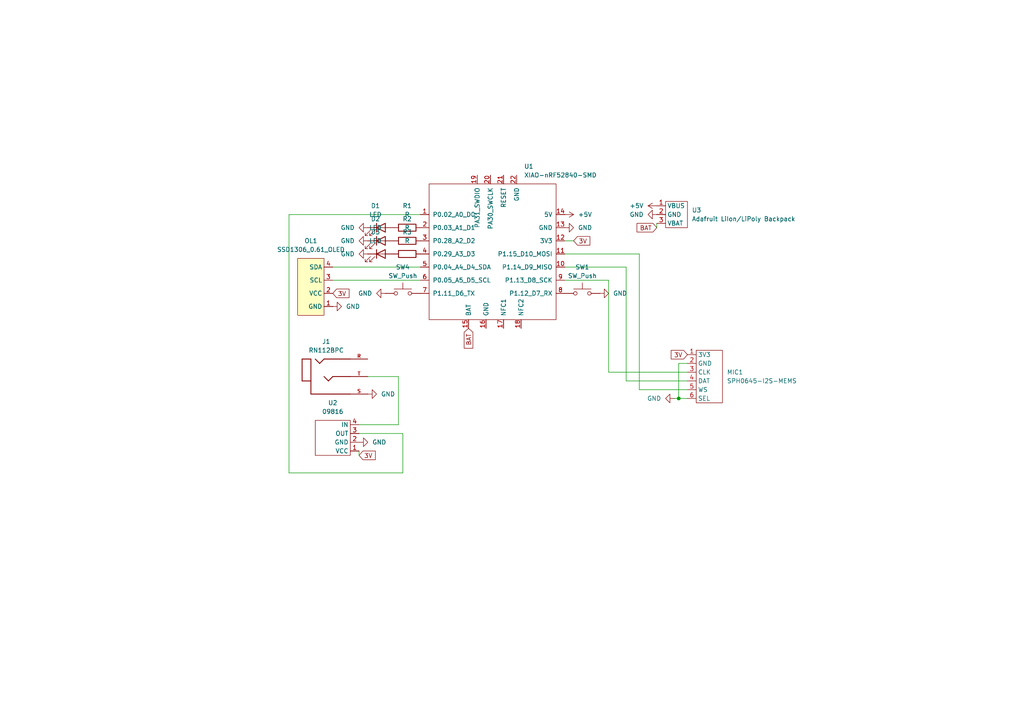
<source format=kicad_sch>
(kicad_sch
	(version 20250114)
	(generator "eeschema")
	(generator_version "9.0")
	(uuid "048d551e-afa6-4c53-b7b8-ba97e661095f")
	(paper "A4")
	(lib_symbols
		(symbol "1/4{dblquote} Jack:RN112BPC"
			(pin_names
				(offset 1.016)
			)
			(exclude_from_sim no)
			(in_bom yes)
			(on_board yes)
			(property "Reference" "J"
				(at -5.08 7.62 0)
				(effects
					(font
						(size 1.27 1.27)
					)
					(justify left bottom)
				)
			)
			(property "Value" "RN112BPC"
				(at -5.08 -7.62 0)
				(effects
					(font
						(size 1.27 1.27)
					)
					(justify left top)
				)
			)
			(property "Footprint" "RN112BPC:SWITCHCRAFT_RN112BPC"
				(at 0 0 0)
				(effects
					(font
						(size 1.27 1.27)
					)
					(justify bottom)
					(hide yes)
				)
			)
			(property "Datasheet" ""
				(at 0 0 0)
				(effects
					(font
						(size 1.27 1.27)
					)
					(hide yes)
				)
			)
			(property "Description" ""
				(at 0 0 0)
				(effects
					(font
						(size 1.27 1.27)
					)
					(hide yes)
				)
			)
			(property "PARTREV" "E"
				(at 0 0 0)
				(effects
					(font
						(size 1.27 1.27)
					)
					(justify bottom)
					(hide yes)
				)
			)
			(property "STANDARD" "Manufacturer Recommendations"
				(at 0 0 0)
				(effects
					(font
						(size 1.27 1.27)
					)
					(justify bottom)
					(hide yes)
				)
			)
			(property "MAXIMUM_PACKAGE_HEIGHT" "17.50 mm"
				(at 0 0 0)
				(effects
					(font
						(size 1.27 1.27)
					)
					(justify bottom)
					(hide yes)
				)
			)
			(property "MANUFACTURER" "Switchcraft"
				(at 0 0 0)
				(effects
					(font
						(size 1.27 1.27)
					)
					(justify bottom)
					(hide yes)
				)
			)
			(symbol "RN112BPC_0_0"
				(polyline
					(pts
						(xy -8.89 5.08) (xy -6.35 5.08)
					)
					(stroke
						(width 0.254)
						(type default)
					)
					(fill
						(type none)
					)
				)
				(polyline
					(pts
						(xy -8.89 -1.27) (xy -8.89 5.08)
					)
					(stroke
						(width 0.254)
						(type default)
					)
					(fill
						(type none)
					)
				)
				(polyline
					(pts
						(xy -6.35 -1.27) (xy -8.89 -1.27)
					)
					(stroke
						(width 0.254)
						(type default)
					)
					(fill
						(type none)
					)
				)
				(polyline
					(pts
						(xy -6.35 -5.08) (xy -6.35 5.08)
					)
					(stroke
						(width 0.254)
						(type default)
					)
					(fill
						(type none)
					)
				)
				(polyline
					(pts
						(xy -6.35 -5.08) (xy 5.08 -5.08)
					)
					(stroke
						(width 0.254)
						(type default)
					)
					(fill
						(type none)
					)
				)
				(polyline
					(pts
						(xy -5.08 5.08) (xy -3.81 3.81)
					)
					(stroke
						(width 0.254)
						(type default)
					)
					(fill
						(type none)
					)
				)
				(polyline
					(pts
						(xy -3.81 3.81) (xy -2.54 5.08)
					)
					(stroke
						(width 0.254)
						(type default)
					)
					(fill
						(type none)
					)
				)
				(polyline
					(pts
						(xy -2.54 5.08) (xy 5.08 5.08)
					)
					(stroke
						(width 0.254)
						(type default)
					)
					(fill
						(type none)
					)
				)
				(polyline
					(pts
						(xy -2.54 0) (xy -1.27 -1.27)
					)
					(stroke
						(width 0.254)
						(type default)
					)
					(fill
						(type none)
					)
				)
				(polyline
					(pts
						(xy -1.27 -1.27) (xy 0 0)
					)
					(stroke
						(width 0.254)
						(type default)
					)
					(fill
						(type none)
					)
				)
				(polyline
					(pts
						(xy 0 0) (xy 5.08 0)
					)
					(stroke
						(width 0.254)
						(type default)
					)
					(fill
						(type none)
					)
				)
				(pin passive line
					(at 10.16 5.08 180)
					(length 5.08)
					(name "~"
						(effects
							(font
								(size 1.016 1.016)
							)
						)
					)
					(number "R"
						(effects
							(font
								(size 1.016 1.016)
							)
						)
					)
				)
				(pin passive line
					(at 10.16 0 180)
					(length 5.08)
					(name "~"
						(effects
							(font
								(size 1.016 1.016)
							)
						)
					)
					(number "T"
						(effects
							(font
								(size 1.016 1.016)
							)
						)
					)
				)
				(pin passive line
					(at 10.16 -5.08 180)
					(length 5.08)
					(name "~"
						(effects
							(font
								(size 1.016 1.016)
							)
						)
					)
					(number "S"
						(effects
							(font
								(size 1.016 1.016)
							)
						)
					)
				)
			)
			(embedded_fonts no)
		)
		(symbol "Adafruit:Adafruit-SPH0645-I2S-MEMS-Mic"
			(exclude_from_sim no)
			(in_bom yes)
			(on_board yes)
			(property "Reference" "MIC"
				(at 0 0 0)
				(effects
					(font
						(size 1.27 1.27)
					)
				)
			)
			(property "Value" "SPH0645-I2S-MEMS"
				(at 0 0 0)
				(effects
					(font
						(size 1.27 1.27)
					)
				)
			)
			(property "Footprint" "Adafruit:Adafruit-SPH0645-I2S-MEMS-Mic"
				(at 0 4.826 0)
				(effects
					(font
						(size 1.27 1.27)
					)
					(hide yes)
				)
			)
			(property "Datasheet" "https://cdn-shop.adafruit.com/product-files/3421/i2S+Datasheet.PDF"
				(at 0 2.286 0)
				(effects
					(font
						(size 1.27 1.27)
					)
					(hide yes)
				)
			)
			(property "Description" ""
				(at 0 0 0)
				(effects
					(font
						(size 1.27 1.27)
					)
					(hide yes)
				)
			)
			(symbol "Adafruit-SPH0645-I2S-MEMS-Mic_0_1"
				(rectangle
					(start -3.81 -2.54)
					(end 3.81 -17.78)
					(stroke
						(width 0)
						(type default)
					)
					(fill
						(type none)
					)
				)
			)
			(symbol "Adafruit-SPH0645-I2S-MEMS-Mic_1_1"
				(pin power_in line
					(at -6.35 -3.81 0)
					(length 2.54)
					(name "3V3"
						(effects
							(font
								(size 1.27 1.27)
							)
						)
					)
					(number "1"
						(effects
							(font
								(size 1.27 1.27)
							)
						)
					)
				)
				(pin power_in line
					(at -6.35 -6.35 0)
					(length 2.54)
					(name "GND"
						(effects
							(font
								(size 1.27 1.27)
							)
						)
					)
					(number "2"
						(effects
							(font
								(size 1.27 1.27)
							)
						)
					)
				)
				(pin input line
					(at -6.35 -8.89 0)
					(length 2.54)
					(name "CLK"
						(effects
							(font
								(size 1.27 1.27)
							)
						)
					)
					(number "3"
						(effects
							(font
								(size 1.27 1.27)
							)
						)
					)
				)
				(pin output line
					(at -6.35 -11.43 0)
					(length 2.54)
					(name "DAT"
						(effects
							(font
								(size 1.27 1.27)
							)
						)
					)
					(number "4"
						(effects
							(font
								(size 1.27 1.27)
							)
						)
					)
				)
				(pin input line
					(at -6.35 -13.97 0)
					(length 2.54)
					(name "WS"
						(effects
							(font
								(size 1.27 1.27)
							)
						)
					)
					(number "5"
						(effects
							(font
								(size 1.27 1.27)
							)
						)
					)
				)
				(pin input line
					(at -6.35 -16.51 0)
					(length 2.54)
					(name "SEL"
						(effects
							(font
								(size 1.27 1.27)
							)
						)
					)
					(number "6"
						(effects
							(font
								(size 1.27 1.27)
							)
						)
					)
				)
			)
			(embedded_fonts no)
		)
		(symbol "Device:LED"
			(pin_numbers
				(hide yes)
			)
			(pin_names
				(offset 1.016)
				(hide yes)
			)
			(exclude_from_sim no)
			(in_bom yes)
			(on_board yes)
			(property "Reference" "D"
				(at 0 2.54 0)
				(effects
					(font
						(size 1.27 1.27)
					)
				)
			)
			(property "Value" "LED"
				(at 0 -2.54 0)
				(effects
					(font
						(size 1.27 1.27)
					)
				)
			)
			(property "Footprint" ""
				(at 0 0 0)
				(effects
					(font
						(size 1.27 1.27)
					)
					(hide yes)
				)
			)
			(property "Datasheet" "~"
				(at 0 0 0)
				(effects
					(font
						(size 1.27 1.27)
					)
					(hide yes)
				)
			)
			(property "Description" "Light emitting diode"
				(at 0 0 0)
				(effects
					(font
						(size 1.27 1.27)
					)
					(hide yes)
				)
			)
			(property "Sim.Pins" "1=K 2=A"
				(at 0 0 0)
				(effects
					(font
						(size 1.27 1.27)
					)
					(hide yes)
				)
			)
			(property "ki_keywords" "LED diode"
				(at 0 0 0)
				(effects
					(font
						(size 1.27 1.27)
					)
					(hide yes)
				)
			)
			(property "ki_fp_filters" "LED* LED_SMD:* LED_THT:*"
				(at 0 0 0)
				(effects
					(font
						(size 1.27 1.27)
					)
					(hide yes)
				)
			)
			(symbol "LED_0_1"
				(polyline
					(pts
						(xy -3.048 -0.762) (xy -4.572 -2.286) (xy -3.81 -2.286) (xy -4.572 -2.286) (xy -4.572 -1.524)
					)
					(stroke
						(width 0)
						(type default)
					)
					(fill
						(type none)
					)
				)
				(polyline
					(pts
						(xy -1.778 -0.762) (xy -3.302 -2.286) (xy -2.54 -2.286) (xy -3.302 -2.286) (xy -3.302 -1.524)
					)
					(stroke
						(width 0)
						(type default)
					)
					(fill
						(type none)
					)
				)
				(polyline
					(pts
						(xy -1.27 0) (xy 1.27 0)
					)
					(stroke
						(width 0)
						(type default)
					)
					(fill
						(type none)
					)
				)
				(polyline
					(pts
						(xy -1.27 -1.27) (xy -1.27 1.27)
					)
					(stroke
						(width 0.254)
						(type default)
					)
					(fill
						(type none)
					)
				)
				(polyline
					(pts
						(xy 1.27 -1.27) (xy 1.27 1.27) (xy -1.27 0) (xy 1.27 -1.27)
					)
					(stroke
						(width 0.254)
						(type default)
					)
					(fill
						(type none)
					)
				)
			)
			(symbol "LED_1_1"
				(pin passive line
					(at -3.81 0 0)
					(length 2.54)
					(name "K"
						(effects
							(font
								(size 1.27 1.27)
							)
						)
					)
					(number "1"
						(effects
							(font
								(size 1.27 1.27)
							)
						)
					)
				)
				(pin passive line
					(at 3.81 0 180)
					(length 2.54)
					(name "A"
						(effects
							(font
								(size 1.27 1.27)
							)
						)
					)
					(number "2"
						(effects
							(font
								(size 1.27 1.27)
							)
						)
					)
				)
			)
			(embedded_fonts no)
		)
		(symbol "Device:R"
			(pin_numbers
				(hide yes)
			)
			(pin_names
				(offset 0)
			)
			(exclude_from_sim no)
			(in_bom yes)
			(on_board yes)
			(property "Reference" "R"
				(at 2.032 0 90)
				(effects
					(font
						(size 1.27 1.27)
					)
				)
			)
			(property "Value" "R"
				(at 0 0 90)
				(effects
					(font
						(size 1.27 1.27)
					)
				)
			)
			(property "Footprint" ""
				(at -1.778 0 90)
				(effects
					(font
						(size 1.27 1.27)
					)
					(hide yes)
				)
			)
			(property "Datasheet" "~"
				(at 0 0 0)
				(effects
					(font
						(size 1.27 1.27)
					)
					(hide yes)
				)
			)
			(property "Description" "Resistor"
				(at 0 0 0)
				(effects
					(font
						(size 1.27 1.27)
					)
					(hide yes)
				)
			)
			(property "ki_keywords" "R res resistor"
				(at 0 0 0)
				(effects
					(font
						(size 1.27 1.27)
					)
					(hide yes)
				)
			)
			(property "ki_fp_filters" "R_*"
				(at 0 0 0)
				(effects
					(font
						(size 1.27 1.27)
					)
					(hide yes)
				)
			)
			(symbol "R_0_1"
				(rectangle
					(start -1.016 -2.54)
					(end 1.016 2.54)
					(stroke
						(width 0.254)
						(type default)
					)
					(fill
						(type none)
					)
				)
			)
			(symbol "R_1_1"
				(pin passive line
					(at 0 3.81 270)
					(length 1.27)
					(name "~"
						(effects
							(font
								(size 1.27 1.27)
							)
						)
					)
					(number "1"
						(effects
							(font
								(size 1.27 1.27)
							)
						)
					)
				)
				(pin passive line
					(at 0 -3.81 90)
					(length 1.27)
					(name "~"
						(effects
							(font
								(size 1.27 1.27)
							)
						)
					)
					(number "2"
						(effects
							(font
								(size 1.27 1.27)
							)
						)
					)
				)
			)
			(embedded_fonts no)
		)
		(symbol "OLED:SSD1306-0.91-OLED"
			(exclude_from_sim no)
			(in_bom yes)
			(on_board yes)
			(property "Reference" "OL"
				(at 8.128 3.556 0)
				(effects
					(font
						(size 1.27 1.27)
					)
				)
			)
			(property "Value" "SSD1306_0.61_OLED"
				(at 8.128 1.524 0)
				(effects
					(font
						(size 1.27 1.27)
					)
				)
			)
			(property "Footprint" ""
				(at 7.62 1.27 0)
				(effects
					(font
						(size 1.27 1.27)
					)
					(hide yes)
				)
			)
			(property "Datasheet" ""
				(at 7.62 1.27 0)
				(effects
					(font
						(size 1.27 1.27)
					)
					(hide yes)
				)
			)
			(property "Description" ""
				(at 7.62 1.27 0)
				(effects
					(font
						(size 1.27 1.27)
					)
					(hide yes)
				)
			)
			(symbol "SSD1306-0.91-OLED_1_1"
				(rectangle
					(start 0 0)
					(end 16.51 -7.62)
					(stroke
						(width 0)
						(type solid)
					)
					(fill
						(type background)
					)
				)
				(pin passive line
					(at 2.54 -10.16 90)
					(length 2.54)
					(name "GND"
						(effects
							(font
								(size 1.27 1.27)
							)
						)
					)
					(number "1"
						(effects
							(font
								(size 1.27 1.27)
							)
						)
					)
				)
				(pin passive line
					(at 6.35 -10.16 90)
					(length 2.54)
					(name "VCC"
						(effects
							(font
								(size 1.27 1.27)
							)
						)
					)
					(number "2"
						(effects
							(font
								(size 1.27 1.27)
							)
						)
					)
				)
				(pin passive line
					(at 10.16 -10.16 90)
					(length 2.54)
					(name "SCL"
						(effects
							(font
								(size 1.27 1.27)
							)
						)
					)
					(number "3"
						(effects
							(font
								(size 1.27 1.27)
							)
						)
					)
				)
				(pin passive line
					(at 13.97 -10.16 90)
					(length 2.54)
					(name "SDA"
						(effects
							(font
								(size 1.27 1.27)
							)
						)
					)
					(number "4"
						(effects
							(font
								(size 1.27 1.27)
							)
						)
					)
				)
			)
			(embedded_fonts no)
		)
		(symbol "Switch:SW_Push"
			(pin_numbers
				(hide yes)
			)
			(pin_names
				(offset 1.016)
				(hide yes)
			)
			(exclude_from_sim no)
			(in_bom yes)
			(on_board yes)
			(property "Reference" "SW"
				(at 1.27 2.54 0)
				(effects
					(font
						(size 1.27 1.27)
					)
					(justify left)
				)
			)
			(property "Value" "SW_Push"
				(at 0 -1.524 0)
				(effects
					(font
						(size 1.27 1.27)
					)
				)
			)
			(property "Footprint" ""
				(at 0 5.08 0)
				(effects
					(font
						(size 1.27 1.27)
					)
					(hide yes)
				)
			)
			(property "Datasheet" "~"
				(at 0 5.08 0)
				(effects
					(font
						(size 1.27 1.27)
					)
					(hide yes)
				)
			)
			(property "Description" "Push button switch, generic, two pins"
				(at 0 0 0)
				(effects
					(font
						(size 1.27 1.27)
					)
					(hide yes)
				)
			)
			(property "ki_keywords" "switch normally-open pushbutton push-button"
				(at 0 0 0)
				(effects
					(font
						(size 1.27 1.27)
					)
					(hide yes)
				)
			)
			(symbol "SW_Push_0_1"
				(circle
					(center -2.032 0)
					(radius 0.508)
					(stroke
						(width 0)
						(type default)
					)
					(fill
						(type none)
					)
				)
				(polyline
					(pts
						(xy 0 1.27) (xy 0 3.048)
					)
					(stroke
						(width 0)
						(type default)
					)
					(fill
						(type none)
					)
				)
				(circle
					(center 2.032 0)
					(radius 0.508)
					(stroke
						(width 0)
						(type default)
					)
					(fill
						(type none)
					)
				)
				(polyline
					(pts
						(xy 2.54 1.27) (xy -2.54 1.27)
					)
					(stroke
						(width 0)
						(type default)
					)
					(fill
						(type none)
					)
				)
				(pin passive line
					(at -5.08 0 0)
					(length 2.54)
					(name "1"
						(effects
							(font
								(size 1.27 1.27)
							)
						)
					)
					(number "1"
						(effects
							(font
								(size 1.27 1.27)
							)
						)
					)
				)
				(pin passive line
					(at 5.08 0 180)
					(length 2.54)
					(name "2"
						(effects
							(font
								(size 1.27 1.27)
							)
						)
					)
					(number "2"
						(effects
							(font
								(size 1.27 1.27)
							)
						)
					)
				)
			)
			(embedded_fonts no)
		)
		(symbol "XIAO:XIAO-nRF52840-SMD"
			(pin_names
				(offset 1.016)
			)
			(exclude_from_sim no)
			(in_bom yes)
			(on_board yes)
			(property "Reference" "U"
				(at -18.542 23.114 0)
				(effects
					(font
						(size 1.27 1.27)
					)
				)
			)
			(property "Value" "XIAO-nRF52840-SMD"
				(at -8.636 21.336 0)
				(effects
					(font
						(size 1.27 1.27)
					)
				)
			)
			(property "Footprint" ""
				(at -8.89 5.08 0)
				(effects
					(font
						(size 1.27 1.27)
					)
					(hide yes)
				)
			)
			(property "Datasheet" ""
				(at -8.89 5.08 0)
				(effects
					(font
						(size 1.27 1.27)
					)
					(hide yes)
				)
			)
			(property "Description" ""
				(at 0 0 0)
				(effects
					(font
						(size 1.27 1.27)
					)
					(hide yes)
				)
			)
			(symbol "XIAO-nRF52840-SMD_0_1"
				(rectangle
					(start -19.05 20.32)
					(end 17.78 -19.05)
					(stroke
						(width 0)
						(type default)
					)
					(fill
						(type none)
					)
				)
			)
			(symbol "XIAO-nRF52840-SMD_1_1"
				(pin passive line
					(at -21.59 11.43 0)
					(length 2.54)
					(name "P0.02_A0_D0"
						(effects
							(font
								(size 1.27 1.27)
							)
						)
					)
					(number "1"
						(effects
							(font
								(size 1.27 1.27)
							)
						)
					)
				)
				(pin passive line
					(at -21.59 7.62 0)
					(length 2.54)
					(name "P0.03_A1_D1"
						(effects
							(font
								(size 1.27 1.27)
							)
						)
					)
					(number "2"
						(effects
							(font
								(size 1.27 1.27)
							)
						)
					)
				)
				(pin passive line
					(at -21.59 3.81 0)
					(length 2.54)
					(name "P0.28_A2_D2"
						(effects
							(font
								(size 1.27 1.27)
							)
						)
					)
					(number "3"
						(effects
							(font
								(size 1.27 1.27)
							)
						)
					)
				)
				(pin passive line
					(at -21.59 0 0)
					(length 2.54)
					(name "P0.29_A3_D3"
						(effects
							(font
								(size 1.27 1.27)
							)
						)
					)
					(number "4"
						(effects
							(font
								(size 1.27 1.27)
							)
						)
					)
				)
				(pin passive line
					(at -21.59 -3.81 0)
					(length 2.54)
					(name "P0.04_A4_D4_SDA"
						(effects
							(font
								(size 1.27 1.27)
							)
						)
					)
					(number "5"
						(effects
							(font
								(size 1.27 1.27)
							)
						)
					)
				)
				(pin passive line
					(at -21.59 -7.62 0)
					(length 2.54)
					(name "P0.05_A5_D5_SCL"
						(effects
							(font
								(size 1.27 1.27)
							)
						)
					)
					(number "6"
						(effects
							(font
								(size 1.27 1.27)
							)
						)
					)
				)
				(pin passive line
					(at -21.59 -11.43 0)
					(length 2.54)
					(name "P1.11_D6_TX"
						(effects
							(font
								(size 1.27 1.27)
							)
						)
					)
					(number "7"
						(effects
							(font
								(size 1.27 1.27)
							)
						)
					)
				)
				(pin passive line
					(at -7.62 -21.59 90)
					(length 2.54)
					(name "BAT"
						(effects
							(font
								(size 1.27 1.27)
							)
						)
					)
					(number "15"
						(effects
							(font
								(size 1.27 1.27)
							)
						)
					)
				)
				(pin passive line
					(at -5.08 22.86 270)
					(length 2.54)
					(name "PA31_SWDIO"
						(effects
							(font
								(size 1.27 1.27)
							)
						)
					)
					(number "19"
						(effects
							(font
								(size 1.27 1.27)
							)
						)
					)
				)
				(pin passive line
					(at -2.54 -21.59 90)
					(length 2.54)
					(name "GND"
						(effects
							(font
								(size 1.27 1.27)
							)
						)
					)
					(number "16"
						(effects
							(font
								(size 1.27 1.27)
							)
						)
					)
				)
				(pin passive line
					(at -1.27 22.86 270)
					(length 2.54)
					(name "PA30_SWCLK"
						(effects
							(font
								(size 1.27 1.27)
							)
						)
					)
					(number "20"
						(effects
							(font
								(size 1.27 1.27)
							)
						)
					)
				)
				(pin passive line
					(at 2.54 22.86 270)
					(length 2.54)
					(name "RESET"
						(effects
							(font
								(size 1.27 1.27)
							)
						)
					)
					(number "21"
						(effects
							(font
								(size 1.27 1.27)
							)
						)
					)
				)
				(pin passive line
					(at 2.54 -21.59 90)
					(length 2.54)
					(name "NFC1"
						(effects
							(font
								(size 1.27 1.27)
							)
						)
					)
					(number "17"
						(effects
							(font
								(size 1.27 1.27)
							)
						)
					)
				)
				(pin passive line
					(at 6.35 22.86 270)
					(length 2.54)
					(name "GND"
						(effects
							(font
								(size 1.27 1.27)
							)
						)
					)
					(number "22"
						(effects
							(font
								(size 1.27 1.27)
							)
						)
					)
				)
				(pin passive line
					(at 7.62 -21.59 90)
					(length 2.54)
					(name "NFC2"
						(effects
							(font
								(size 1.27 1.27)
							)
						)
					)
					(number "18"
						(effects
							(font
								(size 1.27 1.27)
							)
						)
					)
				)
				(pin passive line
					(at 20.32 11.43 180)
					(length 2.54)
					(name "5V"
						(effects
							(font
								(size 1.27 1.27)
							)
						)
					)
					(number "14"
						(effects
							(font
								(size 1.27 1.27)
							)
						)
					)
				)
				(pin passive line
					(at 20.32 7.62 180)
					(length 2.54)
					(name "GND"
						(effects
							(font
								(size 1.27 1.27)
							)
						)
					)
					(number "13"
						(effects
							(font
								(size 1.27 1.27)
							)
						)
					)
				)
				(pin passive line
					(at 20.32 3.81 180)
					(length 2.54)
					(name "3V3"
						(effects
							(font
								(size 1.27 1.27)
							)
						)
					)
					(number "12"
						(effects
							(font
								(size 1.27 1.27)
							)
						)
					)
				)
				(pin passive line
					(at 20.32 0 180)
					(length 2.54)
					(name "P1.15_D10_MOSI"
						(effects
							(font
								(size 1.27 1.27)
							)
						)
					)
					(number "11"
						(effects
							(font
								(size 1.27 1.27)
							)
						)
					)
				)
				(pin passive line
					(at 20.32 -3.81 180)
					(length 2.54)
					(name "P1.14_D9_MISO"
						(effects
							(font
								(size 1.27 1.27)
							)
						)
					)
					(number "10"
						(effects
							(font
								(size 1.27 1.27)
							)
						)
					)
				)
				(pin passive line
					(at 20.32 -7.62 180)
					(length 2.54)
					(name "P1.13_D8_SCK"
						(effects
							(font
								(size 1.27 1.27)
							)
						)
					)
					(number "9"
						(effects
							(font
								(size 1.27 1.27)
							)
						)
					)
				)
				(pin passive line
					(at 20.32 -11.43 180)
					(length 2.54)
					(name "P1.12_D7_RX"
						(effects
							(font
								(size 1.27 1.27)
							)
						)
					)
					(number "8"
						(effects
							(font
								(size 1.27 1.27)
							)
						)
					)
				)
			)
			(embedded_fonts no)
		)
		(symbol "battery backpack:Adafruit_LiIon/LiPoly_Backpack"
			(exclude_from_sim no)
			(in_bom yes)
			(on_board yes)
			(property "Reference" "U"
				(at 0 0 0)
				(effects
					(font
						(size 1.27 1.27)
					)
				)
			)
			(property "Value" "Adafruit LiIon/LiPoly Backpack"
				(at 0 0 0)
				(effects
					(font
						(size 1.27 1.27)
					)
				)
			)
			(property "Footprint" "battery backpack:battery backpack"
				(at 0 0 0)
				(effects
					(font
						(size 1.27 1.27)
					)
					(hide yes)
				)
			)
			(property "Datasheet" "https://www.adafruit.com/product/2124#technical-details"
				(at 0 0 0)
				(effects
					(font
						(size 1.27 1.27)
					)
					(hide yes)
				)
			)
			(property "Description" ""
				(at 0 0 0)
				(effects
					(font
						(size 1.27 1.27)
					)
					(hide yes)
				)
			)
			(symbol "Adafruit_LiIon/LiPoly_Backpack_0_1"
				(rectangle
					(start -2.54 5.08)
					(end 3.81 -2.54)
					(stroke
						(width 0)
						(type default)
					)
					(fill
						(type none)
					)
				)
			)
			(symbol "Adafruit_LiIon/LiPoly_Backpack_1_1"
				(pin power_in line
					(at -5.08 3.81 0)
					(length 2.54)
					(name "VBUS"
						(effects
							(font
								(size 1.27 1.27)
							)
						)
					)
					(number "1"
						(effects
							(font
								(size 1.27 1.27)
							)
						)
					)
				)
				(pin power_in line
					(at -5.08 1.27 0)
					(length 2.54)
					(name "GND"
						(effects
							(font
								(size 1.27 1.27)
							)
						)
					)
					(number "2"
						(effects
							(font
								(size 1.27 1.27)
							)
						)
					)
				)
				(pin power_out line
					(at -5.08 -1.27 0)
					(length 2.54)
					(name "VBAT"
						(effects
							(font
								(size 1.27 1.27)
							)
						)
					)
					(number "3"
						(effects
							(font
								(size 1.27 1.27)
							)
						)
					)
				)
			)
			(embedded_fonts no)
		)
		(symbol "converter:09816"
			(exclude_from_sim no)
			(in_bom yes)
			(on_board yes)
			(property "Reference" "U2"
				(at 0 0 0)
				(effects
					(font
						(size 1.27 1.27)
					)
				)
			)
			(property "Value" "09816"
				(at 0 0 0)
				(effects
					(font
						(size 1.27 1.27)
					)
				)
			)
			(property "Footprint" "converter:09816"
				(at 0 0 0)
				(effects
					(font
						(size 1.27 1.27)
					)
					(hide yes)
				)
			)
			(property "Datasheet" "https://github.com/sparkfun/OpAmp_Breakout-LMV358/tree/V_1.6"
				(at 0 0 0)
				(effects
					(font
						(size 1.27 1.27)
					)
					(hide yes)
				)
			)
			(property "Description" ""
				(at 0 0 0)
				(effects
					(font
						(size 1.27 1.27)
					)
					(hide yes)
				)
			)
			(symbol "09816_0_1"
				(rectangle
					(start -5.08 -1.27)
					(end 5.08 -11.43)
					(stroke
						(width 0)
						(type default)
					)
					(fill
						(type none)
					)
				)
			)
			(symbol "09816_1_1"
				(pin power_in line
					(at -7.62 -2.54 0)
					(length 2.54)
					(name "VCC"
						(effects
							(font
								(size 1.27 1.27)
							)
						)
					)
					(number "1"
						(effects
							(font
								(size 1.27 1.27)
							)
						)
					)
				)
				(pin power_in line
					(at -7.62 -5.08 0)
					(length 2.54)
					(name "GND"
						(effects
							(font
								(size 1.27 1.27)
							)
						)
					)
					(number "2"
						(effects
							(font
								(size 1.27 1.27)
							)
						)
					)
				)
				(pin output line
					(at -7.62 -7.62 0)
					(length 2.54)
					(name "OUT"
						(effects
							(font
								(size 1.27 1.27)
							)
						)
					)
					(number "3"
						(effects
							(font
								(size 1.27 1.27)
							)
						)
					)
				)
				(pin input line
					(at -7.62 -10.16 0)
					(length 2.54)
					(name "IN"
						(effects
							(font
								(size 1.27 1.27)
							)
						)
					)
					(number "4"
						(effects
							(font
								(size 1.27 1.27)
							)
						)
					)
				)
			)
			(embedded_fonts no)
		)
		(symbol "power:+5V"
			(power)
			(pin_numbers
				(hide yes)
			)
			(pin_names
				(offset 0)
				(hide yes)
			)
			(exclude_from_sim no)
			(in_bom yes)
			(on_board yes)
			(property "Reference" "#PWR"
				(at 0 -3.81 0)
				(effects
					(font
						(size 1.27 1.27)
					)
					(hide yes)
				)
			)
			(property "Value" "+5V"
				(at 0 3.556 0)
				(effects
					(font
						(size 1.27 1.27)
					)
				)
			)
			(property "Footprint" ""
				(at 0 0 0)
				(effects
					(font
						(size 1.27 1.27)
					)
					(hide yes)
				)
			)
			(property "Datasheet" ""
				(at 0 0 0)
				(effects
					(font
						(size 1.27 1.27)
					)
					(hide yes)
				)
			)
			(property "Description" "Power symbol creates a global label with name \"+5V\""
				(at 0 0 0)
				(effects
					(font
						(size 1.27 1.27)
					)
					(hide yes)
				)
			)
			(property "ki_keywords" "global power"
				(at 0 0 0)
				(effects
					(font
						(size 1.27 1.27)
					)
					(hide yes)
				)
			)
			(symbol "+5V_0_1"
				(polyline
					(pts
						(xy -0.762 1.27) (xy 0 2.54)
					)
					(stroke
						(width 0)
						(type default)
					)
					(fill
						(type none)
					)
				)
				(polyline
					(pts
						(xy 0 2.54) (xy 0.762 1.27)
					)
					(stroke
						(width 0)
						(type default)
					)
					(fill
						(type none)
					)
				)
				(polyline
					(pts
						(xy 0 0) (xy 0 2.54)
					)
					(stroke
						(width 0)
						(type default)
					)
					(fill
						(type none)
					)
				)
			)
			(symbol "+5V_1_1"
				(pin power_in line
					(at 0 0 90)
					(length 0)
					(name "~"
						(effects
							(font
								(size 1.27 1.27)
							)
						)
					)
					(number "1"
						(effects
							(font
								(size 1.27 1.27)
							)
						)
					)
				)
			)
			(embedded_fonts no)
		)
		(symbol "power:GND"
			(power)
			(pin_numbers
				(hide yes)
			)
			(pin_names
				(offset 0)
				(hide yes)
			)
			(exclude_from_sim no)
			(in_bom yes)
			(on_board yes)
			(property "Reference" "#PWR"
				(at 0 -6.35 0)
				(effects
					(font
						(size 1.27 1.27)
					)
					(hide yes)
				)
			)
			(property "Value" "GND"
				(at 0 -3.81 0)
				(effects
					(font
						(size 1.27 1.27)
					)
				)
			)
			(property "Footprint" ""
				(at 0 0 0)
				(effects
					(font
						(size 1.27 1.27)
					)
					(hide yes)
				)
			)
			(property "Datasheet" ""
				(at 0 0 0)
				(effects
					(font
						(size 1.27 1.27)
					)
					(hide yes)
				)
			)
			(property "Description" "Power symbol creates a global label with name \"GND\" , ground"
				(at 0 0 0)
				(effects
					(font
						(size 1.27 1.27)
					)
					(hide yes)
				)
			)
			(property "ki_keywords" "global power"
				(at 0 0 0)
				(effects
					(font
						(size 1.27 1.27)
					)
					(hide yes)
				)
			)
			(symbol "GND_0_1"
				(polyline
					(pts
						(xy 0 0) (xy 0 -1.27) (xy 1.27 -1.27) (xy 0 -2.54) (xy -1.27 -1.27) (xy 0 -1.27)
					)
					(stroke
						(width 0)
						(type default)
					)
					(fill
						(type none)
					)
				)
			)
			(symbol "GND_1_1"
				(pin power_in line
					(at 0 0 270)
					(length 0)
					(name "~"
						(effects
							(font
								(size 1.27 1.27)
							)
						)
					)
					(number "1"
						(effects
							(font
								(size 1.27 1.27)
							)
						)
					)
				)
			)
			(embedded_fonts no)
		)
	)
	(junction
		(at 196.85 115.57)
		(diameter 0)
		(color 0 0 0 0)
		(uuid "fc7c2107-1c89-47d6-83a2-0d784f377741")
	)
	(wire
		(pts
			(xy 176.53 107.95) (xy 176.53 81.28)
		)
		(stroke
			(width 0)
			(type default)
		)
		(uuid "00af6857-7f55-4495-9c05-3e961b3cece9")
	)
	(wire
		(pts
			(xy 115.57 123.19) (xy 104.14 123.19)
		)
		(stroke
			(width 0)
			(type default)
		)
		(uuid "02e9f292-71e2-44b0-bb7e-2c9eced796a0")
	)
	(wire
		(pts
			(xy 185.42 113.03) (xy 185.42 73.66)
		)
		(stroke
			(width 0)
			(type default)
		)
		(uuid "06b3ecf5-a743-423a-82dc-8f6c24a02c38")
	)
	(wire
		(pts
			(xy 83.82 62.23) (xy 121.92 62.23)
		)
		(stroke
			(width 0)
			(type default)
		)
		(uuid "160adfd5-9686-4053-a61f-5c54c68c9ea2")
	)
	(wire
		(pts
			(xy 163.83 69.85) (xy 166.37 69.85)
		)
		(stroke
			(width 0)
			(type default)
		)
		(uuid "1a1ad5e7-8fcc-4e24-a598-0f763dfb60ed")
	)
	(wire
		(pts
			(xy 199.39 113.03) (xy 185.42 113.03)
		)
		(stroke
			(width 0)
			(type default)
		)
		(uuid "1efe2980-c456-4324-91b4-04da17e1e14e")
	)
	(wire
		(pts
			(xy 83.82 137.16) (xy 83.82 62.23)
		)
		(stroke
			(width 0)
			(type default)
		)
		(uuid "2d223fb7-349c-4ebd-ae59-7cd5272f0e21")
	)
	(wire
		(pts
			(xy 116.84 125.73) (xy 116.84 137.16)
		)
		(stroke
			(width 0)
			(type default)
		)
		(uuid "3911a5e6-05e7-465d-abbc-dc5978ffeafd")
	)
	(wire
		(pts
			(xy 181.61 77.47) (xy 163.83 77.47)
		)
		(stroke
			(width 0)
			(type default)
		)
		(uuid "3a791b70-cbba-48d1-8691-28e424da7b2d")
	)
	(wire
		(pts
			(xy 115.57 109.22) (xy 115.57 123.19)
		)
		(stroke
			(width 0)
			(type default)
		)
		(uuid "41cd18ce-db16-45e7-a83f-0efd169c8a0f")
	)
	(wire
		(pts
			(xy 199.39 105.41) (xy 196.85 105.41)
		)
		(stroke
			(width 0)
			(type default)
		)
		(uuid "6002c473-a850-4a2e-8c79-73cca66e1d80")
	)
	(wire
		(pts
			(xy 199.39 107.95) (xy 176.53 107.95)
		)
		(stroke
			(width 0)
			(type default)
		)
		(uuid "6453e83a-c9d5-42c8-93fb-080db1394067")
	)
	(wire
		(pts
			(xy 104.14 132.08) (xy 104.14 130.81)
		)
		(stroke
			(width 0)
			(type default)
		)
		(uuid "77e34938-0d36-426d-be82-13c7e4494c7a")
	)
	(wire
		(pts
			(xy 176.53 81.28) (xy 163.83 81.28)
		)
		(stroke
			(width 0)
			(type default)
		)
		(uuid "97186858-f609-477f-a59b-143c23c1e6ef")
	)
	(wire
		(pts
			(xy 196.85 105.41) (xy 196.85 115.57)
		)
		(stroke
			(width 0)
			(type default)
		)
		(uuid "9c51a240-10e8-4d2a-a58b-c2487ad5735d")
	)
	(wire
		(pts
			(xy 195.58 115.57) (xy 196.85 115.57)
		)
		(stroke
			(width 0)
			(type default)
		)
		(uuid "9f656595-1735-4ba3-9278-d3949d9db6b7")
	)
	(wire
		(pts
			(xy 96.52 81.28) (xy 121.92 81.28)
		)
		(stroke
			(width 0)
			(type default)
		)
		(uuid "bdeb5837-f9ac-42be-81fc-eadcbfa1404b")
	)
	(wire
		(pts
			(xy 116.84 137.16) (xy 83.82 137.16)
		)
		(stroke
			(width 0)
			(type default)
		)
		(uuid "d3911c55-d27e-437f-91c1-9e838f04b83b")
	)
	(wire
		(pts
			(xy 104.14 125.73) (xy 116.84 125.73)
		)
		(stroke
			(width 0)
			(type default)
		)
		(uuid "d543e715-7305-45b9-a2f8-c6484aa1303c")
	)
	(wire
		(pts
			(xy 106.68 109.22) (xy 115.57 109.22)
		)
		(stroke
			(width 0)
			(type default)
		)
		(uuid "e34b7e36-7349-4312-8aee-adb99290625f")
	)
	(wire
		(pts
			(xy 199.39 110.49) (xy 181.61 110.49)
		)
		(stroke
			(width 0)
			(type default)
		)
		(uuid "e765fecc-4dc8-4d38-8fb3-54291ecb15fa")
	)
	(wire
		(pts
			(xy 181.61 110.49) (xy 181.61 77.47)
		)
		(stroke
			(width 0)
			(type default)
		)
		(uuid "e83df104-68d7-449c-a986-95e1c6248637")
	)
	(wire
		(pts
			(xy 190.5 66.04) (xy 190.5 64.77)
		)
		(stroke
			(width 0)
			(type default)
		)
		(uuid "ebefbc47-7f05-4828-9970-7c7e34c22fde")
	)
	(wire
		(pts
			(xy 96.52 77.47) (xy 121.92 77.47)
		)
		(stroke
			(width 0)
			(type default)
		)
		(uuid "f0bb682a-1bc3-456f-aafc-1d4440a386c7")
	)
	(wire
		(pts
			(xy 196.85 115.57) (xy 199.39 115.57)
		)
		(stroke
			(width 0)
			(type default)
		)
		(uuid "f2006465-bc1f-4650-bdea-f3971504ffee")
	)
	(wire
		(pts
			(xy 185.42 73.66) (xy 163.83 73.66)
		)
		(stroke
			(width 0)
			(type default)
		)
		(uuid "f4c2251e-2bb0-41b2-8a5f-c3d5e4153f3b")
	)
	(global_label "BAT"
		(shape input)
		(at 135.89 95.25 270)
		(fields_autoplaced yes)
		(effects
			(font
				(size 1.27 1.27)
			)
			(justify right)
		)
		(uuid "0a9f6dcd-6124-4639-89c0-302f9ee865df")
		(property "Intersheetrefs" "${INTERSHEET_REFS}"
			(at 135.89 101.5614 90)
			(effects
				(font
					(size 1.27 1.27)
				)
				(justify right)
				(hide yes)
			)
		)
	)
	(global_label "3V"
		(shape input)
		(at 166.37 69.85 0)
		(fields_autoplaced yes)
		(effects
			(font
				(size 1.27 1.27)
			)
			(justify left)
		)
		(uuid "17968219-0ad6-4496-b9da-e691208ae549")
		(property "Intersheetrefs" "${INTERSHEET_REFS}"
			(at 174.3142 69.85 0)
			(effects
				(font
					(size 1.27 1.27)
				)
				(justify left)
				(hide yes)
			)
		)
	)
	(global_label "BAT"
		(shape input)
		(at 190.5 66.04 180)
		(fields_autoplaced yes)
		(effects
			(font
				(size 1.27 1.27)
			)
			(justify right)
		)
		(uuid "570dfad5-ce07-42ad-b40c-e18253daff3d")
		(property "Intersheetrefs" "${INTERSHEET_REFS}"
			(at 184.1886 66.04 0)
			(effects
				(font
					(size 1.27 1.27)
				)
				(justify right)
				(hide yes)
			)
		)
	)
	(global_label "3V"
		(shape input)
		(at 96.52 85.09 0)
		(fields_autoplaced yes)
		(effects
			(font
				(size 1.27 1.27)
			)
			(justify left)
		)
		(uuid "7008fcad-cc45-421f-8ab1-09b7dc1ececd")
		(property "Intersheetrefs" "${INTERSHEET_REFS}"
			(at 104.4642 85.09 0)
			(effects
				(font
					(size 1.27 1.27)
				)
				(justify left)
				(hide yes)
			)
		)
	)
	(global_label "3V"
		(shape input)
		(at 199.39 102.87 180)
		(fields_autoplaced yes)
		(effects
			(font
				(size 1.27 1.27)
			)
			(justify right)
		)
		(uuid "a1df9583-4aff-492c-941f-e0a0ec32ce90")
		(property "Intersheetrefs" "${INTERSHEET_REFS}"
			(at 191.4458 102.87 0)
			(effects
				(font
					(size 1.27 1.27)
				)
				(justify right)
				(hide yes)
			)
		)
	)
	(global_label "3V"
		(shape input)
		(at 104.14 132.08 0)
		(fields_autoplaced yes)
		(effects
			(font
				(size 1.27 1.27)
			)
			(justify left)
		)
		(uuid "b6f0c8d4-b2b8-459c-833b-709f29d1048e")
		(property "Intersheetrefs" "${INTERSHEET_REFS}"
			(at 112.0842 132.08 0)
			(effects
				(font
					(size 1.27 1.27)
				)
				(justify left)
				(hide yes)
			)
		)
	)
	(symbol
		(lib_id "Device:LED")
		(at 110.49 69.85 0)
		(unit 1)
		(exclude_from_sim no)
		(in_bom yes)
		(on_board yes)
		(dnp no)
		(fields_autoplaced yes)
		(uuid "095f75a9-316c-4354-83b0-c277ceed5221")
		(property "Reference" "D2"
			(at 108.9025 63.5 0)
			(effects
				(font
					(size 1.27 1.27)
				)
			)
		)
		(property "Value" "LED"
			(at 108.9025 66.04 0)
			(effects
				(font
					(size 1.27 1.27)
				)
			)
		)
		(property "Footprint" "LED_THT:LED_D5.0mm"
			(at 110.49 69.85 0)
			(effects
				(font
					(size 1.27 1.27)
				)
				(hide yes)
			)
		)
		(property "Datasheet" "~"
			(at 110.49 69.85 0)
			(effects
				(font
					(size 1.27 1.27)
				)
				(hide yes)
			)
		)
		(property "Description" "Light emitting diode"
			(at 110.49 69.85 0)
			(effects
				(font
					(size 1.27 1.27)
				)
				(hide yes)
			)
		)
		(property "Sim.Pins" "1=K 2=A"
			(at 110.49 69.85 0)
			(effects
				(font
					(size 1.27 1.27)
				)
				(hide yes)
			)
		)
		(pin "1"
			(uuid "c805181a-1a62-407a-ba04-4212ea70fab3")
		)
		(pin "2"
			(uuid "ab9fd9ab-092e-4ca8-b997-66e070c24072")
		)
		(instances
			(project "tuner"
				(path "/048d551e-afa6-4c53-b7b8-ba97e661095f"
					(reference "D2")
					(unit 1)
				)
			)
		)
	)
	(symbol
		(lib_id "power:GND")
		(at 106.68 73.66 270)
		(unit 1)
		(exclude_from_sim no)
		(in_bom yes)
		(on_board yes)
		(dnp no)
		(fields_autoplaced yes)
		(uuid "1615aa9d-513e-437f-a48f-8b4ca20ad020")
		(property "Reference" "#PWR08"
			(at 100.33 73.66 0)
			(effects
				(font
					(size 1.27 1.27)
				)
				(hide yes)
			)
		)
		(property "Value" "GND"
			(at 102.87 73.6599 90)
			(effects
				(font
					(size 1.27 1.27)
				)
				(justify right)
			)
		)
		(property "Footprint" ""
			(at 106.68 73.66 0)
			(effects
				(font
					(size 1.27 1.27)
				)
				(hide yes)
			)
		)
		(property "Datasheet" ""
			(at 106.68 73.66 0)
			(effects
				(font
					(size 1.27 1.27)
				)
				(hide yes)
			)
		)
		(property "Description" "Power symbol creates a global label with name \"GND\" , ground"
			(at 106.68 73.66 0)
			(effects
				(font
					(size 1.27 1.27)
				)
				(hide yes)
			)
		)
		(pin "1"
			(uuid "917f6f9a-02f4-4583-9486-8967f67dc88f")
		)
		(instances
			(project "tuner"
				(path "/048d551e-afa6-4c53-b7b8-ba97e661095f"
					(reference "#PWR08")
					(unit 1)
				)
			)
		)
	)
	(symbol
		(lib_id "power:+5V")
		(at 190.5 59.69 90)
		(unit 1)
		(exclude_from_sim no)
		(in_bom yes)
		(on_board yes)
		(dnp no)
		(fields_autoplaced yes)
		(uuid "175f7eea-b33d-4b75-806f-546312046748")
		(property "Reference" "#PWR013"
			(at 194.31 59.69 0)
			(effects
				(font
					(size 1.27 1.27)
				)
				(hide yes)
			)
		)
		(property "Value" "+5V"
			(at 186.69 59.6899 90)
			(effects
				(font
					(size 1.27 1.27)
				)
				(justify left)
			)
		)
		(property "Footprint" ""
			(at 190.5 59.69 0)
			(effects
				(font
					(size 1.27 1.27)
				)
				(hide yes)
			)
		)
		(property "Datasheet" ""
			(at 190.5 59.69 0)
			(effects
				(font
					(size 1.27 1.27)
				)
				(hide yes)
			)
		)
		(property "Description" "Power symbol creates a global label with name \"+5V\""
			(at 190.5 59.69 0)
			(effects
				(font
					(size 1.27 1.27)
				)
				(hide yes)
			)
		)
		(pin "1"
			(uuid "caa081f7-19fe-4953-b73f-94d9d4370eb0")
		)
		(instances
			(project "tuner"
				(path "/048d551e-afa6-4c53-b7b8-ba97e661095f"
					(reference "#PWR013")
					(unit 1)
				)
			)
		)
	)
	(symbol
		(lib_id "power:GND")
		(at 190.5 62.23 270)
		(unit 1)
		(exclude_from_sim no)
		(in_bom yes)
		(on_board yes)
		(dnp no)
		(fields_autoplaced yes)
		(uuid "27afa1f9-0939-4b28-8d2d-b8e524878afb")
		(property "Reference" "#PWR011"
			(at 184.15 62.23 0)
			(effects
				(font
					(size 1.27 1.27)
				)
				(hide yes)
			)
		)
		(property "Value" "GND"
			(at 186.69 62.2299 90)
			(effects
				(font
					(size 1.27 1.27)
				)
				(justify right)
			)
		)
		(property "Footprint" ""
			(at 190.5 62.23 0)
			(effects
				(font
					(size 1.27 1.27)
				)
				(hide yes)
			)
		)
		(property "Datasheet" ""
			(at 190.5 62.23 0)
			(effects
				(font
					(size 1.27 1.27)
				)
				(hide yes)
			)
		)
		(property "Description" "Power symbol creates a global label with name \"GND\" , ground"
			(at 190.5 62.23 0)
			(effects
				(font
					(size 1.27 1.27)
				)
				(hide yes)
			)
		)
		(pin "1"
			(uuid "d7063c05-9918-4ee1-a857-1943bacd67b0")
		)
		(instances
			(project ""
				(path "/048d551e-afa6-4c53-b7b8-ba97e661095f"
					(reference "#PWR011")
					(unit 1)
				)
			)
		)
	)
	(symbol
		(lib_id "power:GND")
		(at 195.58 115.57 270)
		(unit 1)
		(exclude_from_sim no)
		(in_bom yes)
		(on_board yes)
		(dnp no)
		(fields_autoplaced yes)
		(uuid "2dd26dd3-cb09-4349-ad33-47d880875980")
		(property "Reference" "#PWR02"
			(at 189.23 115.57 0)
			(effects
				(font
					(size 1.27 1.27)
				)
				(hide yes)
			)
		)
		(property "Value" "GND"
			(at 191.77 115.5699 90)
			(effects
				(font
					(size 1.27 1.27)
				)
				(justify right)
			)
		)
		(property "Footprint" ""
			(at 195.58 115.57 0)
			(effects
				(font
					(size 1.27 1.27)
				)
				(hide yes)
			)
		)
		(property "Datasheet" ""
			(at 195.58 115.57 0)
			(effects
				(font
					(size 1.27 1.27)
				)
				(hide yes)
			)
		)
		(property "Description" "Power symbol creates a global label with name \"GND\" , ground"
			(at 195.58 115.57 0)
			(effects
				(font
					(size 1.27 1.27)
				)
				(hide yes)
			)
		)
		(pin "1"
			(uuid "fca1fbc1-775f-4e07-9f0b-5b7cd6044d86")
		)
		(instances
			(project ""
				(path "/048d551e-afa6-4c53-b7b8-ba97e661095f"
					(reference "#PWR02")
					(unit 1)
				)
			)
		)
	)
	(symbol
		(lib_id "Device:R")
		(at 118.11 66.04 90)
		(unit 1)
		(exclude_from_sim no)
		(in_bom yes)
		(on_board yes)
		(dnp no)
		(fields_autoplaced yes)
		(uuid "310ee003-c6f7-46a1-8ca6-e401a81dac38")
		(property "Reference" "R1"
			(at 118.11 59.69 90)
			(effects
				(font
					(size 1.27 1.27)
				)
			)
		)
		(property "Value" "R"
			(at 118.11 62.23 90)
			(effects
				(font
					(size 1.27 1.27)
				)
			)
		)
		(property "Footprint" "Resistor_THT:R_Axial_DIN0207_L6.3mm_D2.5mm_P7.62mm_Horizontal"
			(at 118.11 67.818 90)
			(effects
				(font
					(size 1.27 1.27)
				)
				(hide yes)
			)
		)
		(property "Datasheet" "~"
			(at 118.11 66.04 0)
			(effects
				(font
					(size 1.27 1.27)
				)
				(hide yes)
			)
		)
		(property "Description" "Resistor"
			(at 118.11 66.04 0)
			(effects
				(font
					(size 1.27 1.27)
				)
				(hide yes)
			)
		)
		(pin "2"
			(uuid "1f7fc094-a756-4a65-8b7d-ef17009bc5f3")
		)
		(pin "1"
			(uuid "693ca340-fba1-478c-9d44-809b61e8b26b")
		)
		(instances
			(project ""
				(path "/048d551e-afa6-4c53-b7b8-ba97e661095f"
					(reference "R1")
					(unit 1)
				)
			)
		)
	)
	(symbol
		(lib_id "OLED:SSD1306-0.91-OLED")
		(at 86.36 91.44 90)
		(unit 1)
		(exclude_from_sim no)
		(in_bom yes)
		(on_board yes)
		(dnp no)
		(fields_autoplaced yes)
		(uuid "34884959-365c-4a7e-875e-38287d39841d")
		(property "Reference" "OL1"
			(at 90.17 69.85 90)
			(effects
				(font
					(size 1.27 1.27)
				)
			)
		)
		(property "Value" "SSD1306_0.61_OLED"
			(at 90.17 72.39 90)
			(effects
				(font
					(size 1.27 1.27)
				)
			)
		)
		(property "Footprint" "oled:2.42_ oled"
			(at 85.09 83.82 0)
			(effects
				(font
					(size 1.27 1.27)
				)
				(hide yes)
			)
		)
		(property "Datasheet" "https://www.esp32s.com/product/2-42-2-42-inch-oled-display-module-128x64-lcd-hd-screen-module-ssd1309-7-pin-spi-iic-i2c-serial-interface-for-arduino-uno-r3/?attribute_pa_options=iic-white&gad_source=4&gad_campaignid=22839250071&gbraid=0AAAABAyqx82GtqGMPb628Vlr8tP1z8pAy&gclid=Cj0KCQiAiqDJBhCXARIsABk2kSmKCc4H16nBogBDMRPXwACtMS_Su6-O5RAT5sJJEL1ZVS9HFfJ8oGkaAgXXEALw_wcB"
			(at 85.09 83.82 0)
			(effects
				(font
					(size 1.27 1.27)
				)
				(hide yes)
			)
		)
		(property "Description" ""
			(at 85.09 83.82 0)
			(effects
				(font
					(size 1.27 1.27)
				)
				(hide yes)
			)
		)
		(pin "4"
			(uuid "970c0299-897e-4ca4-bf93-1854fac01eaa")
		)
		(pin "3"
			(uuid "08282f3d-4af4-43f4-8e30-ac7b9b05a753")
		)
		(pin "1"
			(uuid "41c274ce-ccdc-48cb-b891-b4c865c41288")
		)
		(pin "2"
			(uuid "8c428735-1bb1-4074-999e-520cafa70379")
		)
		(instances
			(project ""
				(path "/048d551e-afa6-4c53-b7b8-ba97e661095f"
					(reference "OL1")
					(unit 1)
				)
			)
		)
	)
	(symbol
		(lib_id "power:GND")
		(at 111.76 85.09 270)
		(unit 1)
		(exclude_from_sim no)
		(in_bom yes)
		(on_board yes)
		(dnp no)
		(fields_autoplaced yes)
		(uuid "3ee95cdc-307d-48be-9f68-02ba26965c53")
		(property "Reference" "#PWR09"
			(at 105.41 85.09 0)
			(effects
				(font
					(size 1.27 1.27)
				)
				(hide yes)
			)
		)
		(property "Value" "GND"
			(at 107.95 85.0899 90)
			(effects
				(font
					(size 1.27 1.27)
				)
				(justify right)
			)
		)
		(property "Footprint" ""
			(at 111.76 85.09 0)
			(effects
				(font
					(size 1.27 1.27)
				)
				(hide yes)
			)
		)
		(property "Datasheet" ""
			(at 111.76 85.09 0)
			(effects
				(font
					(size 1.27 1.27)
				)
				(hide yes)
			)
		)
		(property "Description" "Power symbol creates a global label with name \"GND\" , ground"
			(at 111.76 85.09 0)
			(effects
				(font
					(size 1.27 1.27)
				)
				(hide yes)
			)
		)
		(pin "1"
			(uuid "1ba398db-740f-465a-ac9f-5c3491e86577")
		)
		(instances
			(project ""
				(path "/048d551e-afa6-4c53-b7b8-ba97e661095f"
					(reference "#PWR09")
					(unit 1)
				)
			)
		)
	)
	(symbol
		(lib_id "power:GND")
		(at 104.14 128.27 90)
		(unit 1)
		(exclude_from_sim no)
		(in_bom yes)
		(on_board yes)
		(dnp no)
		(fields_autoplaced yes)
		(uuid "40f976a4-68bb-4dd9-92c0-f2bddec5fe41")
		(property "Reference" "#PWR05"
			(at 110.49 128.27 0)
			(effects
				(font
					(size 1.27 1.27)
				)
				(hide yes)
			)
		)
		(property "Value" "GND"
			(at 107.95 128.2699 90)
			(effects
				(font
					(size 1.27 1.27)
				)
				(justify right)
			)
		)
		(property "Footprint" ""
			(at 104.14 128.27 0)
			(effects
				(font
					(size 1.27 1.27)
				)
				(hide yes)
			)
		)
		(property "Datasheet" ""
			(at 104.14 128.27 0)
			(effects
				(font
					(size 1.27 1.27)
				)
				(hide yes)
			)
		)
		(property "Description" "Power symbol creates a global label with name \"GND\" , ground"
			(at 104.14 128.27 0)
			(effects
				(font
					(size 1.27 1.27)
				)
				(hide yes)
			)
		)
		(pin "1"
			(uuid "347ca661-6d66-4e56-8fe2-6520d26a3597")
		)
		(instances
			(project ""
				(path "/048d551e-afa6-4c53-b7b8-ba97e661095f"
					(reference "#PWR05")
					(unit 1)
				)
			)
		)
	)
	(symbol
		(lib_id "battery backpack:Adafruit_LiIon/LiPoly_Backpack")
		(at 195.58 63.5 0)
		(unit 1)
		(exclude_from_sim no)
		(in_bom yes)
		(on_board yes)
		(dnp no)
		(fields_autoplaced yes)
		(uuid "4824664b-d8ba-4a56-9157-d1f3128066c2")
		(property "Reference" "U3"
			(at 200.66 60.9599 0)
			(effects
				(font
					(size 1.27 1.27)
				)
				(justify left)
			)
		)
		(property "Value" "Adafruit LiIon/LiPoly Backpack"
			(at 200.66 63.4999 0)
			(effects
				(font
					(size 1.27 1.27)
				)
				(justify left)
			)
		)
		(property "Footprint" "battery backpack:battery backpack"
			(at 195.58 63.5 0)
			(effects
				(font
					(size 1.27 1.27)
				)
				(hide yes)
			)
		)
		(property "Datasheet" "https://www.adafruit.com/product/2124#technical-details"
			(at 195.58 63.5 0)
			(effects
				(font
					(size 1.27 1.27)
				)
				(hide yes)
			)
		)
		(property "Description" ""
			(at 195.58 63.5 0)
			(effects
				(font
					(size 1.27 1.27)
				)
				(hide yes)
			)
		)
		(pin "2"
			(uuid "98e71d3e-2398-407d-803a-91e4d464466e")
		)
		(pin "3"
			(uuid "0e40e5ef-8f10-472b-bd65-0dd8ebb83ff8")
		)
		(pin "1"
			(uuid "0f0c94dd-6c30-43ca-8f97-4359d829bd45")
		)
		(instances
			(project ""
				(path "/048d551e-afa6-4c53-b7b8-ba97e661095f"
					(reference "U3")
					(unit 1)
				)
			)
		)
	)
	(symbol
		(lib_id "XIAO:XIAO-nRF52840-SMD")
		(at 143.51 73.66 0)
		(unit 1)
		(exclude_from_sim no)
		(in_bom yes)
		(on_board yes)
		(dnp no)
		(fields_autoplaced yes)
		(uuid "640e3c54-8984-4f93-b03f-d711e2076b85")
		(property "Reference" "U1"
			(at 152.0033 48.26 0)
			(effects
				(font
					(size 1.27 1.27)
				)
				(justify left)
			)
		)
		(property "Value" "XIAO-nRF52840-SMD"
			(at 152.0033 50.8 0)
			(effects
				(font
					(size 1.27 1.27)
				)
				(justify left)
			)
		)
		(property "Footprint" "XIAO:XIAO-nRF52840-SMD-V2"
			(at 134.62 68.58 0)
			(effects
				(font
					(size 1.27 1.27)
				)
				(hide yes)
			)
		)
		(property "Datasheet" ""
			(at 134.62 68.58 0)
			(effects
				(font
					(size 1.27 1.27)
				)
				(hide yes)
			)
		)
		(property "Description" ""
			(at 143.51 73.66 0)
			(effects
				(font
					(size 1.27 1.27)
				)
				(hide yes)
			)
		)
		(pin "19"
			(uuid "582ea01d-0a4d-42c3-a9fd-a34233b1df62")
		)
		(pin "16"
			(uuid "4588efb4-90cb-44af-b23b-df14759951b4")
		)
		(pin "18"
			(uuid "736d311d-1bed-480e-8408-6561cbd9877b")
		)
		(pin "17"
			(uuid "0b729f64-0d0d-489c-a8a3-bfc94dd20853")
		)
		(pin "7"
			(uuid "007a5906-902a-4660-8d9d-8ab6ce68ce17")
		)
		(pin "21"
			(uuid "59d73f44-839c-46d9-9223-f01d64cfec7f")
		)
		(pin "5"
			(uuid "c4a3aeda-19c0-4db9-8e1e-752248aefeb8")
		)
		(pin "22"
			(uuid "1688f375-1fac-416a-bd45-dc9d051e5103")
		)
		(pin "2"
			(uuid "c458c3e9-7fc2-4c86-9238-abddcfd9f60f")
		)
		(pin "4"
			(uuid "6b7d5fcb-8eaf-42e7-a68c-03ff72d4137e")
		)
		(pin "6"
			(uuid "ceae87f3-14fa-4763-a8fa-9ae706bed01b")
		)
		(pin "3"
			(uuid "ff1489c5-df6c-43f8-9fcf-d2f30967c972")
		)
		(pin "15"
			(uuid "7ef7e313-9522-4f94-b61e-b44e0ecd2c7c")
		)
		(pin "1"
			(uuid "b2332ba2-06bb-427c-9f37-037cbfa88d3f")
		)
		(pin "20"
			(uuid "aa162c0e-54bc-4af4-b5a7-b2adbf0db0c8")
		)
		(pin "14"
			(uuid "5d360fd2-610c-4111-bd7a-984bf1d80b03")
		)
		(pin "10"
			(uuid "6242458f-58bc-4f72-be22-373b8992487c")
		)
		(pin "13"
			(uuid "21b716cf-6c03-4a37-8096-567449526ddf")
		)
		(pin "12"
			(uuid "8ba3c3a6-15ad-49db-896a-e4c3bb9b1dd7")
		)
		(pin "11"
			(uuid "a4589f64-e810-4f96-953f-895348f13625")
		)
		(pin "8"
			(uuid "07693a67-fd78-4164-8c0e-813bdfe4e8dd")
		)
		(pin "9"
			(uuid "31cfcf61-4897-42a2-9d48-28e3cc9db816")
		)
		(instances
			(project ""
				(path "/048d551e-afa6-4c53-b7b8-ba97e661095f"
					(reference "U1")
					(unit 1)
				)
			)
		)
	)
	(symbol
		(lib_id "Switch:SW_Push")
		(at 116.84 85.09 0)
		(unit 1)
		(exclude_from_sim no)
		(in_bom yes)
		(on_board yes)
		(dnp no)
		(fields_autoplaced yes)
		(uuid "6c42cece-15e1-4145-9e86-4e8238025c5c")
		(property "Reference" "SW4"
			(at 116.84 77.47 0)
			(effects
				(font
					(size 1.27 1.27)
				)
			)
		)
		(property "Value" "SW_Push"
			(at 116.84 80.01 0)
			(effects
				(font
					(size 1.27 1.27)
				)
			)
		)
		(property "Footprint" "Button_Switch_THT:SW_PUSH_6mm"
			(at 116.84 80.01 0)
			(effects
				(font
					(size 1.27 1.27)
				)
				(hide yes)
			)
		)
		(property "Datasheet" "~"
			(at 116.84 80.01 0)
			(effects
				(font
					(size 1.27 1.27)
				)
				(hide yes)
			)
		)
		(property "Description" "Push button switch, generic, two pins"
			(at 116.84 85.09 0)
			(effects
				(font
					(size 1.27 1.27)
				)
				(hide yes)
			)
		)
		(pin "2"
			(uuid "c58b49a9-67c5-469f-966d-5b94175e3dd9")
		)
		(pin "1"
			(uuid "3413539c-5230-414a-8cc3-c6962ff4c25a")
		)
		(instances
			(project ""
				(path "/048d551e-afa6-4c53-b7b8-ba97e661095f"
					(reference "SW4")
					(unit 1)
				)
			)
		)
	)
	(symbol
		(lib_id "power:GND")
		(at 106.68 114.3 90)
		(unit 1)
		(exclude_from_sim no)
		(in_bom yes)
		(on_board yes)
		(dnp no)
		(fields_autoplaced yes)
		(uuid "6ea8183b-5418-45f5-9ecd-4484ab008b61")
		(property "Reference" "#PWR04"
			(at 113.03 114.3 0)
			(effects
				(font
					(size 1.27 1.27)
				)
				(hide yes)
			)
		)
		(property "Value" "GND"
			(at 110.49 114.2999 90)
			(effects
				(font
					(size 1.27 1.27)
				)
				(justify right)
			)
		)
		(property "Footprint" ""
			(at 106.68 114.3 0)
			(effects
				(font
					(size 1.27 1.27)
				)
				(hide yes)
			)
		)
		(property "Datasheet" ""
			(at 106.68 114.3 0)
			(effects
				(font
					(size 1.27 1.27)
				)
				(hide yes)
			)
		)
		(property "Description" "Power symbol creates a global label with name \"GND\" , ground"
			(at 106.68 114.3 0)
			(effects
				(font
					(size 1.27 1.27)
				)
				(hide yes)
			)
		)
		(pin "1"
			(uuid "ec76d475-aebf-4ce4-84da-44adc317f195")
		)
		(instances
			(project ""
				(path "/048d551e-afa6-4c53-b7b8-ba97e661095f"
					(reference "#PWR04")
					(unit 1)
				)
			)
		)
	)
	(symbol
		(lib_id "Device:R")
		(at 118.11 69.85 90)
		(unit 1)
		(exclude_from_sim no)
		(in_bom yes)
		(on_board yes)
		(dnp no)
		(fields_autoplaced yes)
		(uuid "727361ca-6918-432a-980a-32f269b57883")
		(property "Reference" "R2"
			(at 118.11 63.5 90)
			(effects
				(font
					(size 1.27 1.27)
				)
			)
		)
		(property "Value" "R"
			(at 118.11 66.04 90)
			(effects
				(font
					(size 1.27 1.27)
				)
			)
		)
		(property "Footprint" "Resistor_THT:R_Axial_DIN0207_L6.3mm_D2.5mm_P7.62mm_Horizontal"
			(at 118.11 71.628 90)
			(effects
				(font
					(size 1.27 1.27)
				)
				(hide yes)
			)
		)
		(property "Datasheet" "~"
			(at 118.11 69.85 0)
			(effects
				(font
					(size 1.27 1.27)
				)
				(hide yes)
			)
		)
		(property "Description" "Resistor"
			(at 118.11 69.85 0)
			(effects
				(font
					(size 1.27 1.27)
				)
				(hide yes)
			)
		)
		(pin "2"
			(uuid "37c2a138-f8df-403e-bf28-d0e34e2441ce")
		)
		(pin "1"
			(uuid "3fb0bb07-bb58-4fbf-9050-48ba00d25393")
		)
		(instances
			(project "tuner"
				(path "/048d551e-afa6-4c53-b7b8-ba97e661095f"
					(reference "R2")
					(unit 1)
				)
			)
		)
	)
	(symbol
		(lib_id "power:GND")
		(at 163.83 66.04 90)
		(unit 1)
		(exclude_from_sim no)
		(in_bom yes)
		(on_board yes)
		(dnp no)
		(fields_autoplaced yes)
		(uuid "7cc11975-da30-4f4e-9259-69c900bf1c54")
		(property "Reference" "#PWR01"
			(at 170.18 66.04 0)
			(effects
				(font
					(size 1.27 1.27)
				)
				(hide yes)
			)
		)
		(property "Value" "GND"
			(at 167.64 66.0399 90)
			(effects
				(font
					(size 1.27 1.27)
				)
				(justify right)
			)
		)
		(property "Footprint" ""
			(at 163.83 66.04 0)
			(effects
				(font
					(size 1.27 1.27)
				)
				(hide yes)
			)
		)
		(property "Datasheet" ""
			(at 163.83 66.04 0)
			(effects
				(font
					(size 1.27 1.27)
				)
				(hide yes)
			)
		)
		(property "Description" "Power symbol creates a global label with name \"GND\" , ground"
			(at 163.83 66.04 0)
			(effects
				(font
					(size 1.27 1.27)
				)
				(hide yes)
			)
		)
		(pin "1"
			(uuid "ab65fad4-ba69-4653-875e-2237a56c39c9")
		)
		(instances
			(project ""
				(path "/048d551e-afa6-4c53-b7b8-ba97e661095f"
					(reference "#PWR01")
					(unit 1)
				)
			)
		)
	)
	(symbol
		(lib_id "1/4{dblquote} Jack:RN112BPC")
		(at 96.52 109.22 0)
		(unit 1)
		(exclude_from_sim no)
		(in_bom yes)
		(on_board yes)
		(dnp no)
		(fields_autoplaced yes)
		(uuid "911891ef-4b30-4758-a6b2-96b65a21fd0d")
		(property "Reference" "J1"
			(at 94.615 99.06 0)
			(effects
				(font
					(size 1.27 1.27)
				)
			)
		)
		(property "Value" "RN112BPC"
			(at 94.615 101.6 0)
			(effects
				(font
					(size 1.27 1.27)
				)
			)
		)
		(property "Footprint" "RN112BPC:SWITCHCRAFT_RN112BPC"
			(at 96.52 109.22 0)
			(effects
				(font
					(size 1.27 1.27)
				)
				(justify bottom)
				(hide yes)
			)
		)
		(property "Datasheet" ""
			(at 96.52 109.22 0)
			(effects
				(font
					(size 1.27 1.27)
				)
				(hide yes)
			)
		)
		(property "Description" ""
			(at 96.52 109.22 0)
			(effects
				(font
					(size 1.27 1.27)
				)
				(hide yes)
			)
		)
		(property "PARTREV" "E"
			(at 96.52 109.22 0)
			(effects
				(font
					(size 1.27 1.27)
				)
				(justify bottom)
				(hide yes)
			)
		)
		(property "STANDARD" "Manufacturer Recommendations"
			(at 96.52 109.22 0)
			(effects
				(font
					(size 1.27 1.27)
				)
				(justify bottom)
				(hide yes)
			)
		)
		(property "MAXIMUM_PACKAGE_HEIGHT" "17.50 mm"
			(at 96.52 109.22 0)
			(effects
				(font
					(size 1.27 1.27)
				)
				(justify bottom)
				(hide yes)
			)
		)
		(property "MANUFACTURER" "Switchcraft"
			(at 96.52 109.22 0)
			(effects
				(font
					(size 1.27 1.27)
				)
				(justify bottom)
				(hide yes)
			)
		)
		(pin "S"
			(uuid "ce823ff5-cd08-49de-8521-7f82756a88cd")
		)
		(pin "T"
			(uuid "c361702e-6052-4121-92f7-27935f5531f8")
		)
		(pin "R"
			(uuid "2349a968-289f-43d3-b70d-59cc1e5f251a")
		)
		(instances
			(project ""
				(path "/048d551e-afa6-4c53-b7b8-ba97e661095f"
					(reference "J1")
					(unit 1)
				)
			)
		)
	)
	(symbol
		(lib_id "power:GND")
		(at 106.68 66.04 270)
		(unit 1)
		(exclude_from_sim no)
		(in_bom yes)
		(on_board yes)
		(dnp no)
		(fields_autoplaced yes)
		(uuid "95c6eddf-8e27-41ce-96d9-914f2c4e33f0")
		(property "Reference" "#PWR06"
			(at 100.33 66.04 0)
			(effects
				(font
					(size 1.27 1.27)
				)
				(hide yes)
			)
		)
		(property "Value" "GND"
			(at 102.87 66.0399 90)
			(effects
				(font
					(size 1.27 1.27)
				)
				(justify right)
			)
		)
		(property "Footprint" ""
			(at 106.68 66.04 0)
			(effects
				(font
					(size 1.27 1.27)
				)
				(hide yes)
			)
		)
		(property "Datasheet" ""
			(at 106.68 66.04 0)
			(effects
				(font
					(size 1.27 1.27)
				)
				(hide yes)
			)
		)
		(property "Description" "Power symbol creates a global label with name \"GND\" , ground"
			(at 106.68 66.04 0)
			(effects
				(font
					(size 1.27 1.27)
				)
				(hide yes)
			)
		)
		(pin "1"
			(uuid "ef3144d6-ab91-4b34-bfb5-d8225121439b")
		)
		(instances
			(project "tuner"
				(path "/048d551e-afa6-4c53-b7b8-ba97e661095f"
					(reference "#PWR06")
					(unit 1)
				)
			)
		)
	)
	(symbol
		(lib_id "Device:LED")
		(at 110.49 73.66 0)
		(unit 1)
		(exclude_from_sim no)
		(in_bom yes)
		(on_board yes)
		(dnp no)
		(fields_autoplaced yes)
		(uuid "9648edc3-f788-4f47-87e4-4f6c031045f9")
		(property "Reference" "D3"
			(at 108.9025 67.31 0)
			(effects
				(font
					(size 1.27 1.27)
				)
			)
		)
		(property "Value" "LED"
			(at 108.9025 69.85 0)
			(effects
				(font
					(size 1.27 1.27)
				)
			)
		)
		(property "Footprint" "LED_THT:LED_D5.0mm"
			(at 110.49 73.66 0)
			(effects
				(font
					(size 1.27 1.27)
				)
				(hide yes)
			)
		)
		(property "Datasheet" "~"
			(at 110.49 73.66 0)
			(effects
				(font
					(size 1.27 1.27)
				)
				(hide yes)
			)
		)
		(property "Description" "Light emitting diode"
			(at 110.49 73.66 0)
			(effects
				(font
					(size 1.27 1.27)
				)
				(hide yes)
			)
		)
		(property "Sim.Pins" "1=K 2=A"
			(at 110.49 73.66 0)
			(effects
				(font
					(size 1.27 1.27)
				)
				(hide yes)
			)
		)
		(pin "1"
			(uuid "e122a6e6-01e0-41bd-93ae-58c78428089c")
		)
		(pin "2"
			(uuid "c76f2382-ee57-4be8-9645-35507e2ebd44")
		)
		(instances
			(project "tuner"
				(path "/048d551e-afa6-4c53-b7b8-ba97e661095f"
					(reference "D3")
					(unit 1)
				)
			)
		)
	)
	(symbol
		(lib_id "converter:09816")
		(at 96.52 133.35 180)
		(unit 1)
		(exclude_from_sim no)
		(in_bom yes)
		(on_board yes)
		(dnp no)
		(fields_autoplaced yes)
		(uuid "99b1b72a-6565-4622-8f66-273fd80b00a5")
		(property "Reference" "U2"
			(at 96.52 116.84 0)
			(effects
				(font
					(size 1.27 1.27)
				)
			)
		)
		(property "Value" "09816"
			(at 96.52 119.38 0)
			(effects
				(font
					(size 1.27 1.27)
				)
			)
		)
		(property "Footprint" "converter:09816"
			(at 96.52 133.35 0)
			(effects
				(font
					(size 1.27 1.27)
				)
				(hide yes)
			)
		)
		(property "Datasheet" "https://github.com/sparkfun/OpAmp_Breakout-LMV358/tree/V_1.6"
			(at 96.52 133.35 0)
			(effects
				(font
					(size 1.27 1.27)
				)
				(hide yes)
			)
		)
		(property "Description" ""
			(at 96.52 133.35 0)
			(effects
				(font
					(size 1.27 1.27)
				)
				(hide yes)
			)
		)
		(pin "4"
			(uuid "9bf2e980-9fee-43cb-8f7e-5bcc16c521c3")
		)
		(pin "3"
			(uuid "810ecc65-a02b-4ee7-901c-9de4eef5e769")
		)
		(pin "2"
			(uuid "5913818c-576e-48cb-986a-684010306d07")
		)
		(pin "1"
			(uuid "cbb8ed12-67a8-427e-8834-677677698425")
		)
		(instances
			(project ""
				(path "/048d551e-afa6-4c53-b7b8-ba97e661095f"
					(reference "U2")
					(unit 1)
				)
			)
		)
	)
	(symbol
		(lib_id "Adafruit:Adafruit-SPH0645-I2S-MEMS-Mic")
		(at 205.74 99.06 0)
		(unit 1)
		(exclude_from_sim no)
		(in_bom yes)
		(on_board yes)
		(dnp no)
		(fields_autoplaced yes)
		(uuid "a6ff0faf-271b-4e73-9d6b-eb0e32fccbfe")
		(property "Reference" "MIC1"
			(at 210.82 107.9499 0)
			(effects
				(font
					(size 1.27 1.27)
				)
				(justify left)
			)
		)
		(property "Value" "SPH0645-I2S-MEMS"
			(at 210.82 110.4899 0)
			(effects
				(font
					(size 1.27 1.27)
				)
				(justify left)
			)
		)
		(property "Footprint" "Adafruit:Adafruit-SPH0645-I2S-MEMS-Mic"
			(at 205.74 94.234 0)
			(effects
				(font
					(size 1.27 1.27)
				)
				(hide yes)
			)
		)
		(property "Datasheet" "https://cdn-shop.adafruit.com/product-files/3421/i2S+Datasheet.PDF"
			(at 205.74 96.774 0)
			(effects
				(font
					(size 1.27 1.27)
				)
				(hide yes)
			)
		)
		(property "Description" ""
			(at 205.74 99.06 0)
			(effects
				(font
					(size 1.27 1.27)
				)
				(hide yes)
			)
		)
		(pin "1"
			(uuid "0ebce571-8b25-471f-a6ae-4ed04069f8ba")
		)
		(pin "2"
			(uuid "1941bf83-4d4e-4c91-8557-c532f4ea7dd0")
		)
		(pin "4"
			(uuid "10c56345-8527-462a-a89b-0e18c50ef79e")
		)
		(pin "6"
			(uuid "64f7489a-6828-49ee-9506-847fd3d2fe5a")
		)
		(pin "3"
			(uuid "fcfe6a8e-51b8-4da5-ba90-116819b97c56")
		)
		(pin "5"
			(uuid "47f3a292-b263-4fbe-bf61-f55ebbc52141")
		)
		(instances
			(project ""
				(path "/048d551e-afa6-4c53-b7b8-ba97e661095f"
					(reference "MIC1")
					(unit 1)
				)
			)
		)
	)
	(symbol
		(lib_id "Device:R")
		(at 118.11 73.66 90)
		(unit 1)
		(exclude_from_sim no)
		(in_bom yes)
		(on_board yes)
		(dnp no)
		(fields_autoplaced yes)
		(uuid "b3c89028-064a-4dc7-be80-3de0c7f1c7f3")
		(property "Reference" "R3"
			(at 118.11 67.31 90)
			(effects
				(font
					(size 1.27 1.27)
				)
			)
		)
		(property "Value" "R"
			(at 118.11 69.85 90)
			(effects
				(font
					(size 1.27 1.27)
				)
			)
		)
		(property "Footprint" "Resistor_THT:R_Axial_DIN0207_L6.3mm_D2.5mm_P7.62mm_Horizontal"
			(at 118.11 75.438 90)
			(effects
				(font
					(size 1.27 1.27)
				)
				(hide yes)
			)
		)
		(property "Datasheet" "~"
			(at 118.11 73.66 0)
			(effects
				(font
					(size 1.27 1.27)
				)
				(hide yes)
			)
		)
		(property "Description" "Resistor"
			(at 118.11 73.66 0)
			(effects
				(font
					(size 1.27 1.27)
				)
				(hide yes)
			)
		)
		(pin "2"
			(uuid "25aea017-0928-4e5c-81c3-af256b5a6a8f")
		)
		(pin "1"
			(uuid "c79bd4d3-4a48-4120-b3f2-d24010e1febe")
		)
		(instances
			(project "tuner"
				(path "/048d551e-afa6-4c53-b7b8-ba97e661095f"
					(reference "R3")
					(unit 1)
				)
			)
		)
	)
	(symbol
		(lib_id "power:GND")
		(at 96.52 88.9 90)
		(unit 1)
		(exclude_from_sim no)
		(in_bom yes)
		(on_board yes)
		(dnp no)
		(fields_autoplaced yes)
		(uuid "b5e064ef-0433-440f-a326-0db1b6ce9a9f")
		(property "Reference" "#PWR03"
			(at 102.87 88.9 0)
			(effects
				(font
					(size 1.27 1.27)
				)
				(hide yes)
			)
		)
		(property "Value" "GND"
			(at 100.33 88.8999 90)
			(effects
				(font
					(size 1.27 1.27)
				)
				(justify right)
			)
		)
		(property "Footprint" ""
			(at 96.52 88.9 0)
			(effects
				(font
					(size 1.27 1.27)
				)
				(hide yes)
			)
		)
		(property "Datasheet" ""
			(at 96.52 88.9 0)
			(effects
				(font
					(size 1.27 1.27)
				)
				(hide yes)
			)
		)
		(property "Description" "Power symbol creates a global label with name \"GND\" , ground"
			(at 96.52 88.9 0)
			(effects
				(font
					(size 1.27 1.27)
				)
				(hide yes)
			)
		)
		(pin "1"
			(uuid "306a931d-0a22-4b0d-b7c2-b95425fb5f44")
		)
		(instances
			(project ""
				(path "/048d551e-afa6-4c53-b7b8-ba97e661095f"
					(reference "#PWR03")
					(unit 1)
				)
			)
		)
	)
	(symbol
		(lib_id "power:GND")
		(at 106.68 69.85 270)
		(unit 1)
		(exclude_from_sim no)
		(in_bom yes)
		(on_board yes)
		(dnp no)
		(fields_autoplaced yes)
		(uuid "baf47b2e-55e4-409c-b3ee-b785a693b741")
		(property "Reference" "#PWR07"
			(at 100.33 69.85 0)
			(effects
				(font
					(size 1.27 1.27)
				)
				(hide yes)
			)
		)
		(property "Value" "GND"
			(at 102.87 69.8499 90)
			(effects
				(font
					(size 1.27 1.27)
				)
				(justify right)
			)
		)
		(property "Footprint" ""
			(at 106.68 69.85 0)
			(effects
				(font
					(size 1.27 1.27)
				)
				(hide yes)
			)
		)
		(property "Datasheet" ""
			(at 106.68 69.85 0)
			(effects
				(font
					(size 1.27 1.27)
				)
				(hide yes)
			)
		)
		(property "Description" "Power symbol creates a global label with name \"GND\" , ground"
			(at 106.68 69.85 0)
			(effects
				(font
					(size 1.27 1.27)
				)
				(hide yes)
			)
		)
		(pin "1"
			(uuid "82e1b720-9839-40c2-bda2-7a268114aad6")
		)
		(instances
			(project "tuner"
				(path "/048d551e-afa6-4c53-b7b8-ba97e661095f"
					(reference "#PWR07")
					(unit 1)
				)
			)
		)
	)
	(symbol
		(lib_id "Device:LED")
		(at 110.49 66.04 0)
		(unit 1)
		(exclude_from_sim no)
		(in_bom yes)
		(on_board yes)
		(dnp no)
		(fields_autoplaced yes)
		(uuid "c2f36095-8059-4302-8400-599d4005d340")
		(property "Reference" "D1"
			(at 108.9025 59.69 0)
			(effects
				(font
					(size 1.27 1.27)
				)
			)
		)
		(property "Value" "LED"
			(at 108.9025 62.23 0)
			(effects
				(font
					(size 1.27 1.27)
				)
			)
		)
		(property "Footprint" "LED_THT:LED_D5.0mm"
			(at 110.49 66.04 0)
			(effects
				(font
					(size 1.27 1.27)
				)
				(hide yes)
			)
		)
		(property "Datasheet" "~"
			(at 110.49 66.04 0)
			(effects
				(font
					(size 1.27 1.27)
				)
				(hide yes)
			)
		)
		(property "Description" "Light emitting diode"
			(at 110.49 66.04 0)
			(effects
				(font
					(size 1.27 1.27)
				)
				(hide yes)
			)
		)
		(property "Sim.Pins" "1=K 2=A"
			(at 110.49 66.04 0)
			(effects
				(font
					(size 1.27 1.27)
				)
				(hide yes)
			)
		)
		(pin "1"
			(uuid "c359341e-cac7-4738-bc17-1bf2f3b7c687")
		)
		(pin "2"
			(uuid "a45f5ddf-f371-4384-9038-3e1745a064e7")
		)
		(instances
			(project ""
				(path "/048d551e-afa6-4c53-b7b8-ba97e661095f"
					(reference "D1")
					(unit 1)
				)
			)
		)
	)
	(symbol
		(lib_id "power:GND")
		(at 173.99 85.09 90)
		(unit 1)
		(exclude_from_sim no)
		(in_bom yes)
		(on_board yes)
		(dnp no)
		(fields_autoplaced yes)
		(uuid "f0fb41f9-bc3f-423d-9dc2-d2c8122d05dd")
		(property "Reference" "#PWR010"
			(at 180.34 85.09 0)
			(effects
				(font
					(size 1.27 1.27)
				)
				(hide yes)
			)
		)
		(property "Value" "GND"
			(at 177.8 85.0901 90)
			(effects
				(font
					(size 1.27 1.27)
				)
				(justify right)
			)
		)
		(property "Footprint" ""
			(at 173.99 85.09 0)
			(effects
				(font
					(size 1.27 1.27)
				)
				(hide yes)
			)
		)
		(property "Datasheet" ""
			(at 173.99 85.09 0)
			(effects
				(font
					(size 1.27 1.27)
				)
				(hide yes)
			)
		)
		(property "Description" "Power symbol creates a global label with name \"GND\" , ground"
			(at 173.99 85.09 0)
			(effects
				(font
					(size 1.27 1.27)
				)
				(hide yes)
			)
		)
		(pin "1"
			(uuid "132c287d-ae38-4b56-9940-538bf5dec7eb")
		)
		(instances
			(project "tuner"
				(path "/048d551e-afa6-4c53-b7b8-ba97e661095f"
					(reference "#PWR010")
					(unit 1)
				)
			)
		)
	)
	(symbol
		(lib_id "Switch:SW_Push")
		(at 168.91 85.09 0)
		(unit 1)
		(exclude_from_sim no)
		(in_bom yes)
		(on_board yes)
		(dnp no)
		(fields_autoplaced yes)
		(uuid "f16ec1ed-a6f1-48c6-913d-bda7b22845ad")
		(property "Reference" "SW1"
			(at 168.91 77.47 0)
			(effects
				(font
					(size 1.27 1.27)
				)
			)
		)
		(property "Value" "SW_Push"
			(at 168.91 80.01 0)
			(effects
				(font
					(size 1.27 1.27)
				)
			)
		)
		(property "Footprint" "Button_Switch_THT:SW_PUSH_6mm"
			(at 168.91 80.01 0)
			(effects
				(font
					(size 1.27 1.27)
				)
				(hide yes)
			)
		)
		(property "Datasheet" "~"
			(at 168.91 80.01 0)
			(effects
				(font
					(size 1.27 1.27)
				)
				(hide yes)
			)
		)
		(property "Description" "Push button switch, generic, two pins"
			(at 168.91 85.09 0)
			(effects
				(font
					(size 1.27 1.27)
				)
				(hide yes)
			)
		)
		(pin "2"
			(uuid "31f055d4-c821-4d2d-a152-a5423abe9015")
		)
		(pin "1"
			(uuid "11093353-6cee-41f6-a9f1-07e4ce33e245")
		)
		(instances
			(project "tuner"
				(path "/048d551e-afa6-4c53-b7b8-ba97e661095f"
					(reference "SW1")
					(unit 1)
				)
			)
		)
	)
	(symbol
		(lib_id "power:+5V")
		(at 163.83 62.23 270)
		(unit 1)
		(exclude_from_sim no)
		(in_bom yes)
		(on_board yes)
		(dnp no)
		(fields_autoplaced yes)
		(uuid "fb7a46ad-5f11-4903-a0ad-0b9068f72092")
		(property "Reference" "#PWR012"
			(at 160.02 62.23 0)
			(effects
				(font
					(size 1.27 1.27)
				)
				(hide yes)
			)
		)
		(property "Value" "+5V"
			(at 167.64 62.2299 90)
			(effects
				(font
					(size 1.27 1.27)
				)
				(justify left)
			)
		)
		(property "Footprint" ""
			(at 163.83 62.23 0)
			(effects
				(font
					(size 1.27 1.27)
				)
				(hide yes)
			)
		)
		(property "Datasheet" ""
			(at 163.83 62.23 0)
			(effects
				(font
					(size 1.27 1.27)
				)
				(hide yes)
			)
		)
		(property "Description" "Power symbol creates a global label with name \"+5V\""
			(at 163.83 62.23 0)
			(effects
				(font
					(size 1.27 1.27)
				)
				(hide yes)
			)
		)
		(pin "1"
			(uuid "ca40ab5a-776a-490d-8968-42b00a46fd6a")
		)
		(instances
			(project ""
				(path "/048d551e-afa6-4c53-b7b8-ba97e661095f"
					(reference "#PWR012")
					(unit 1)
				)
			)
		)
	)
	(sheet_instances
		(path "/"
			(page "1")
		)
	)
	(embedded_fonts no)
)

</source>
